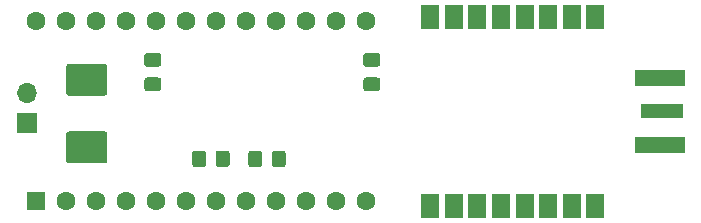
<source format=gbr>
%TF.GenerationSoftware,KiCad,Pcbnew,5.1.9+dfsg1-1+deb11u1*%
%TF.CreationDate,2023-03-09T18:16:30+02:00*%
%TF.ProjectId,lora_digirepeater_micro,6c6f7261-5f64-4696-9769-726570656174,rev?*%
%TF.SameCoordinates,Original*%
%TF.FileFunction,Soldermask,Top*%
%TF.FilePolarity,Negative*%
%FSLAX46Y46*%
G04 Gerber Fmt 4.6, Leading zero omitted, Abs format (unit mm)*
G04 Created by KiCad (PCBNEW 5.1.9+dfsg1-1+deb11u1) date 2023-03-09 18:16:30*
%MOMM*%
%LPD*%
G01*
G04 APERTURE LIST*
%ADD10R,1.600000X1.600000*%
%ADD11C,1.600000*%
%ADD12R,1.500000X2.000000*%
%ADD13R,1.700000X1.700000*%
%ADD14O,1.700000X1.700000*%
%ADD15R,4.200000X1.350000*%
%ADD16R,3.600000X1.270000*%
G04 APERTURE END LIST*
D10*
%TO.C,U1*%
X114046000Y-105664000D03*
D11*
X116586000Y-105664000D03*
X119126000Y-105664000D03*
X121666000Y-105664000D03*
X124206000Y-105664000D03*
X126746000Y-105664000D03*
X129286000Y-105664000D03*
X131826000Y-105664000D03*
X134366000Y-105664000D03*
X136906000Y-105664000D03*
X139446000Y-105664000D03*
X141986000Y-105664000D03*
X141986000Y-90424000D03*
X139446000Y-90424000D03*
X136906000Y-90424000D03*
X134366000Y-90424000D03*
X131826000Y-90424000D03*
X129286000Y-90424000D03*
X126746000Y-90424000D03*
X124206000Y-90424000D03*
X121666000Y-90424000D03*
X119126000Y-90424000D03*
X116586000Y-90424000D03*
X114046000Y-90424000D03*
%TD*%
D12*
%TO.C,U2*%
X161432000Y-106044000D03*
X159432000Y-106044000D03*
X157432000Y-106044000D03*
X155432000Y-106044000D03*
X153432000Y-106044000D03*
X151432000Y-106044000D03*
X149432000Y-106044000D03*
X147432000Y-106044000D03*
X147432000Y-90044000D03*
X149432000Y-90044000D03*
X151432000Y-90044000D03*
X153432000Y-90044000D03*
X155432000Y-90044000D03*
X157432000Y-90044000D03*
X159432000Y-90044000D03*
X161432000Y-90044000D03*
%TD*%
D13*
%TO.C,J1*%
X113284000Y-99060000D03*
D14*
X113284000Y-96520000D03*
%TD*%
%TO.C,C1*%
G36*
G01*
X123477000Y-95170500D02*
X124427000Y-95170500D01*
G75*
G02*
X124677000Y-95420500I0J-250000D01*
G01*
X124677000Y-96095500D01*
G75*
G02*
X124427000Y-96345500I-250000J0D01*
G01*
X123477000Y-96345500D01*
G75*
G02*
X123227000Y-96095500I0J250000D01*
G01*
X123227000Y-95420500D01*
G75*
G02*
X123477000Y-95170500I250000J0D01*
G01*
G37*
G36*
G01*
X123477000Y-93095500D02*
X124427000Y-93095500D01*
G75*
G02*
X124677000Y-93345500I0J-250000D01*
G01*
X124677000Y-94020500D01*
G75*
G02*
X124427000Y-94270500I-250000J0D01*
G01*
X123477000Y-94270500D01*
G75*
G02*
X123227000Y-94020500I0J250000D01*
G01*
X123227000Y-93345500D01*
G75*
G02*
X123477000Y-93095500I250000J0D01*
G01*
G37*
%TD*%
%TO.C,C2*%
G36*
G01*
X119864001Y-102454500D02*
X116863999Y-102454500D01*
G75*
G02*
X116614000Y-102204501I0J249999D01*
G01*
X116614000Y-99979499D01*
G75*
G02*
X116863999Y-99729500I249999J0D01*
G01*
X119864001Y-99729500D01*
G75*
G02*
X120114000Y-99979499I0J-249999D01*
G01*
X120114000Y-102204501D01*
G75*
G02*
X119864001Y-102454500I-249999J0D01*
G01*
G37*
G36*
G01*
X119864001Y-96729500D02*
X116863999Y-96729500D01*
G75*
G02*
X116614000Y-96479501I0J249999D01*
G01*
X116614000Y-94254499D01*
G75*
G02*
X116863999Y-94004500I249999J0D01*
G01*
X119864001Y-94004500D01*
G75*
G02*
X120114000Y-94254499I0J-249999D01*
G01*
X120114000Y-96479501D01*
G75*
G02*
X119864001Y-96729500I-249999J0D01*
G01*
G37*
%TD*%
%TO.C,C3*%
G36*
G01*
X142019000Y-93095500D02*
X142969000Y-93095500D01*
G75*
G02*
X143219000Y-93345500I0J-250000D01*
G01*
X143219000Y-94020500D01*
G75*
G02*
X142969000Y-94270500I-250000J0D01*
G01*
X142019000Y-94270500D01*
G75*
G02*
X141769000Y-94020500I0J250000D01*
G01*
X141769000Y-93345500D01*
G75*
G02*
X142019000Y-93095500I250000J0D01*
G01*
G37*
G36*
G01*
X142019000Y-95170500D02*
X142969000Y-95170500D01*
G75*
G02*
X143219000Y-95420500I0J-250000D01*
G01*
X143219000Y-96095500D01*
G75*
G02*
X142969000Y-96345500I-250000J0D01*
G01*
X142019000Y-96345500D01*
G75*
G02*
X141769000Y-96095500I0J250000D01*
G01*
X141769000Y-95420500D01*
G75*
G02*
X142019000Y-95170500I250000J0D01*
G01*
G37*
%TD*%
D15*
%TO.C,J2*%
X166878000Y-100869000D03*
X166878000Y-95219000D03*
D16*
X167078000Y-98044000D03*
%TD*%
%TO.C,R1*%
G36*
G01*
X127275001Y-102517002D02*
X127275001Y-101617000D01*
G75*
G02*
X127525000Y-101367001I249999J0D01*
G01*
X128225002Y-101367001D01*
G75*
G02*
X128475001Y-101617000I0J-249999D01*
G01*
X128475001Y-102517002D01*
G75*
G02*
X128225002Y-102767001I-249999J0D01*
G01*
X127525000Y-102767001D01*
G75*
G02*
X127275001Y-102517002I0J249999D01*
G01*
G37*
G36*
G01*
X129275001Y-102517002D02*
X129275001Y-101617000D01*
G75*
G02*
X129525000Y-101367001I249999J0D01*
G01*
X130225002Y-101367001D01*
G75*
G02*
X130475001Y-101617000I0J-249999D01*
G01*
X130475001Y-102517002D01*
G75*
G02*
X130225002Y-102767001I-249999J0D01*
G01*
X129525000Y-102767001D01*
G75*
G02*
X129275001Y-102517002I0J249999D01*
G01*
G37*
%TD*%
%TO.C,R2*%
G36*
G01*
X134025001Y-102517002D02*
X134025001Y-101617000D01*
G75*
G02*
X134275000Y-101367001I249999J0D01*
G01*
X134975002Y-101367001D01*
G75*
G02*
X135225001Y-101617000I0J-249999D01*
G01*
X135225001Y-102517002D01*
G75*
G02*
X134975002Y-102767001I-249999J0D01*
G01*
X134275000Y-102767001D01*
G75*
G02*
X134025001Y-102517002I0J249999D01*
G01*
G37*
G36*
G01*
X132025001Y-102517002D02*
X132025001Y-101617000D01*
G75*
G02*
X132275000Y-101367001I249999J0D01*
G01*
X132975002Y-101367001D01*
G75*
G02*
X133225001Y-101617000I0J-249999D01*
G01*
X133225001Y-102517002D01*
G75*
G02*
X132975002Y-102767001I-249999J0D01*
G01*
X132275000Y-102767001D01*
G75*
G02*
X132025001Y-102517002I0J249999D01*
G01*
G37*
%TD*%
M02*

</source>
